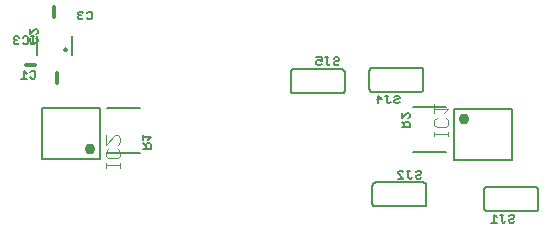
<source format=gbr>
G04 EAGLE Gerber RS-274X export*
G75*
%MOMM*%
%FSLAX34Y34*%
%LPD*%
%INSilkscreen Bottom*%
%IPPOS*%
%AMOC8*
5,1,8,0,0,1.08239X$1,22.5*%
G01*
%ADD10C,0.203200*%
%ADD11C,0.152400*%
%ADD12C,0.919200*%
%ADD13C,0.101600*%
%ADD14C,0.304800*%


D10*
X471805Y69215D02*
X431165Y69215D01*
X471805Y48895D02*
X471905Y48897D01*
X472004Y48903D01*
X472104Y48913D01*
X472202Y48926D01*
X472301Y48944D01*
X472398Y48965D01*
X472494Y48990D01*
X472590Y49019D01*
X472684Y49052D01*
X472777Y49088D01*
X472868Y49128D01*
X472958Y49172D01*
X473046Y49219D01*
X473132Y49269D01*
X473216Y49323D01*
X473298Y49380D01*
X473377Y49440D01*
X473455Y49504D01*
X473529Y49570D01*
X473601Y49639D01*
X473670Y49711D01*
X473736Y49785D01*
X473800Y49863D01*
X473860Y49942D01*
X473917Y50024D01*
X473971Y50108D01*
X474021Y50194D01*
X474068Y50282D01*
X474112Y50372D01*
X474152Y50463D01*
X474188Y50556D01*
X474221Y50650D01*
X474250Y50746D01*
X474275Y50842D01*
X474296Y50939D01*
X474314Y51038D01*
X474327Y51136D01*
X474337Y51236D01*
X474343Y51335D01*
X474345Y51435D01*
X431165Y48895D02*
X431065Y48897D01*
X430966Y48903D01*
X430866Y48913D01*
X430768Y48926D01*
X430669Y48944D01*
X430572Y48965D01*
X430476Y48990D01*
X430380Y49019D01*
X430286Y49052D01*
X430193Y49088D01*
X430102Y49128D01*
X430012Y49172D01*
X429924Y49219D01*
X429838Y49269D01*
X429754Y49323D01*
X429672Y49380D01*
X429593Y49440D01*
X429515Y49504D01*
X429441Y49570D01*
X429369Y49639D01*
X429300Y49711D01*
X429234Y49785D01*
X429170Y49863D01*
X429110Y49942D01*
X429053Y50024D01*
X428999Y50108D01*
X428949Y50194D01*
X428902Y50282D01*
X428858Y50372D01*
X428818Y50463D01*
X428782Y50556D01*
X428749Y50650D01*
X428720Y50746D01*
X428695Y50842D01*
X428674Y50939D01*
X428656Y51038D01*
X428643Y51136D01*
X428633Y51236D01*
X428627Y51335D01*
X428625Y51435D01*
X428625Y66675D02*
X428627Y66775D01*
X428633Y66874D01*
X428643Y66974D01*
X428656Y67072D01*
X428674Y67171D01*
X428695Y67268D01*
X428720Y67364D01*
X428749Y67460D01*
X428782Y67554D01*
X428818Y67647D01*
X428858Y67738D01*
X428902Y67828D01*
X428949Y67916D01*
X428999Y68002D01*
X429053Y68086D01*
X429110Y68168D01*
X429170Y68247D01*
X429234Y68325D01*
X429300Y68399D01*
X429369Y68471D01*
X429441Y68540D01*
X429515Y68606D01*
X429593Y68670D01*
X429672Y68730D01*
X429754Y68787D01*
X429838Y68841D01*
X429924Y68891D01*
X430012Y68938D01*
X430102Y68982D01*
X430193Y69022D01*
X430286Y69058D01*
X430380Y69091D01*
X430476Y69120D01*
X430572Y69145D01*
X430669Y69166D01*
X430768Y69184D01*
X430866Y69197D01*
X430966Y69207D01*
X431065Y69213D01*
X431165Y69215D01*
X471805Y69215D02*
X471905Y69213D01*
X472004Y69207D01*
X472104Y69197D01*
X472202Y69184D01*
X472301Y69166D01*
X472398Y69145D01*
X472494Y69120D01*
X472590Y69091D01*
X472684Y69058D01*
X472777Y69022D01*
X472868Y68982D01*
X472958Y68938D01*
X473046Y68891D01*
X473132Y68841D01*
X473216Y68787D01*
X473298Y68730D01*
X473377Y68670D01*
X473455Y68606D01*
X473529Y68540D01*
X473601Y68471D01*
X473670Y68399D01*
X473736Y68325D01*
X473800Y68247D01*
X473860Y68168D01*
X473917Y68086D01*
X473971Y68002D01*
X474021Y67916D01*
X474068Y67828D01*
X474112Y67738D01*
X474152Y67647D01*
X474188Y67554D01*
X474221Y67460D01*
X474250Y67364D01*
X474275Y67268D01*
X474296Y67171D01*
X474314Y67072D01*
X474327Y66974D01*
X474337Y66874D01*
X474343Y66775D01*
X474345Y66675D01*
X474345Y51435D01*
X428625Y51435D02*
X428625Y66675D01*
X431165Y48895D02*
X471805Y48895D01*
D11*
X450821Y45599D02*
X449719Y44497D01*
X450821Y45599D02*
X453024Y45599D01*
X454125Y44497D01*
X454125Y43395D01*
X453024Y42294D01*
X450821Y42294D01*
X449719Y41192D01*
X449719Y40091D01*
X450821Y38989D01*
X453024Y38989D01*
X454125Y40091D01*
X446641Y40091D02*
X445540Y38989D01*
X444438Y38989D01*
X443337Y40091D01*
X443337Y45599D01*
X444438Y45599D02*
X442235Y45599D01*
X439157Y43395D02*
X436954Y45599D01*
X436954Y38989D01*
X439157Y38989D02*
X434751Y38989D01*
D10*
X377190Y52705D02*
X336550Y52705D01*
X334010Y70485D02*
X334012Y70585D01*
X334018Y70684D01*
X334028Y70784D01*
X334041Y70882D01*
X334059Y70981D01*
X334080Y71078D01*
X334105Y71174D01*
X334134Y71270D01*
X334167Y71364D01*
X334203Y71457D01*
X334243Y71548D01*
X334287Y71638D01*
X334334Y71726D01*
X334384Y71812D01*
X334438Y71896D01*
X334495Y71978D01*
X334555Y72057D01*
X334619Y72135D01*
X334685Y72209D01*
X334754Y72281D01*
X334826Y72350D01*
X334900Y72416D01*
X334978Y72480D01*
X335057Y72540D01*
X335139Y72597D01*
X335223Y72651D01*
X335309Y72701D01*
X335397Y72748D01*
X335487Y72792D01*
X335578Y72832D01*
X335671Y72868D01*
X335765Y72901D01*
X335861Y72930D01*
X335957Y72955D01*
X336054Y72976D01*
X336153Y72994D01*
X336251Y73007D01*
X336351Y73017D01*
X336450Y73023D01*
X336550Y73025D01*
X377190Y73025D02*
X377290Y73023D01*
X377389Y73017D01*
X377489Y73007D01*
X377587Y72994D01*
X377686Y72976D01*
X377783Y72955D01*
X377879Y72930D01*
X377975Y72901D01*
X378069Y72868D01*
X378162Y72832D01*
X378253Y72792D01*
X378343Y72748D01*
X378431Y72701D01*
X378517Y72651D01*
X378601Y72597D01*
X378683Y72540D01*
X378762Y72480D01*
X378840Y72416D01*
X378914Y72350D01*
X378986Y72281D01*
X379055Y72209D01*
X379121Y72135D01*
X379185Y72057D01*
X379245Y71978D01*
X379302Y71896D01*
X379356Y71812D01*
X379406Y71726D01*
X379453Y71638D01*
X379497Y71548D01*
X379537Y71457D01*
X379573Y71364D01*
X379606Y71270D01*
X379635Y71174D01*
X379660Y71078D01*
X379681Y70981D01*
X379699Y70882D01*
X379712Y70784D01*
X379722Y70684D01*
X379728Y70585D01*
X379730Y70485D01*
X379730Y55245D02*
X379728Y55145D01*
X379722Y55046D01*
X379712Y54946D01*
X379699Y54848D01*
X379681Y54749D01*
X379660Y54652D01*
X379635Y54556D01*
X379606Y54460D01*
X379573Y54366D01*
X379537Y54273D01*
X379497Y54182D01*
X379453Y54092D01*
X379406Y54004D01*
X379356Y53918D01*
X379302Y53834D01*
X379245Y53752D01*
X379185Y53673D01*
X379121Y53595D01*
X379055Y53521D01*
X378986Y53449D01*
X378914Y53380D01*
X378840Y53314D01*
X378762Y53250D01*
X378683Y53190D01*
X378601Y53133D01*
X378517Y53079D01*
X378431Y53029D01*
X378343Y52982D01*
X378253Y52938D01*
X378162Y52898D01*
X378069Y52862D01*
X377975Y52829D01*
X377879Y52800D01*
X377783Y52775D01*
X377686Y52754D01*
X377587Y52736D01*
X377489Y52723D01*
X377389Y52713D01*
X377290Y52707D01*
X377190Y52705D01*
X336550Y52705D02*
X336450Y52707D01*
X336351Y52713D01*
X336251Y52723D01*
X336153Y52736D01*
X336054Y52754D01*
X335957Y52775D01*
X335861Y52800D01*
X335765Y52829D01*
X335671Y52862D01*
X335578Y52898D01*
X335487Y52938D01*
X335397Y52982D01*
X335309Y53029D01*
X335223Y53079D01*
X335139Y53133D01*
X335057Y53190D01*
X334978Y53250D01*
X334900Y53314D01*
X334826Y53380D01*
X334754Y53449D01*
X334685Y53521D01*
X334619Y53595D01*
X334555Y53673D01*
X334495Y53752D01*
X334438Y53834D01*
X334384Y53918D01*
X334334Y54004D01*
X334287Y54092D01*
X334243Y54182D01*
X334203Y54273D01*
X334167Y54366D01*
X334134Y54460D01*
X334105Y54556D01*
X334080Y54652D01*
X334059Y54749D01*
X334041Y54848D01*
X334028Y54946D01*
X334018Y55046D01*
X334012Y55145D01*
X334010Y55245D01*
X334010Y70485D01*
X379730Y70485D02*
X379730Y55245D01*
X377190Y73025D02*
X336550Y73025D01*
D11*
X370752Y81835D02*
X371853Y82937D01*
X374056Y82937D01*
X375158Y81835D01*
X375158Y80733D01*
X374056Y79632D01*
X371853Y79632D01*
X370752Y78530D01*
X370752Y77429D01*
X371853Y76327D01*
X374056Y76327D01*
X375158Y77429D01*
X367674Y77429D02*
X366572Y76327D01*
X365471Y76327D01*
X364369Y77429D01*
X364369Y82937D01*
X365471Y82937D02*
X363267Y82937D01*
X360190Y76327D02*
X355783Y76327D01*
X355783Y80733D02*
X360190Y76327D01*
X355783Y80733D02*
X355783Y81835D01*
X356885Y82937D01*
X359088Y82937D01*
X360190Y81835D01*
D10*
X374650Y170180D02*
X334010Y170180D01*
X374650Y149860D02*
X374750Y149862D01*
X374849Y149868D01*
X374949Y149878D01*
X375047Y149891D01*
X375146Y149909D01*
X375243Y149930D01*
X375339Y149955D01*
X375435Y149984D01*
X375529Y150017D01*
X375622Y150053D01*
X375713Y150093D01*
X375803Y150137D01*
X375891Y150184D01*
X375977Y150234D01*
X376061Y150288D01*
X376143Y150345D01*
X376222Y150405D01*
X376300Y150469D01*
X376374Y150535D01*
X376446Y150604D01*
X376515Y150676D01*
X376581Y150750D01*
X376645Y150828D01*
X376705Y150907D01*
X376762Y150989D01*
X376816Y151073D01*
X376866Y151159D01*
X376913Y151247D01*
X376957Y151337D01*
X376997Y151428D01*
X377033Y151521D01*
X377066Y151615D01*
X377095Y151711D01*
X377120Y151807D01*
X377141Y151904D01*
X377159Y152003D01*
X377172Y152101D01*
X377182Y152201D01*
X377188Y152300D01*
X377190Y152400D01*
X334010Y149860D02*
X333910Y149862D01*
X333811Y149868D01*
X333711Y149878D01*
X333613Y149891D01*
X333514Y149909D01*
X333417Y149930D01*
X333321Y149955D01*
X333225Y149984D01*
X333131Y150017D01*
X333038Y150053D01*
X332947Y150093D01*
X332857Y150137D01*
X332769Y150184D01*
X332683Y150234D01*
X332599Y150288D01*
X332517Y150345D01*
X332438Y150405D01*
X332360Y150469D01*
X332286Y150535D01*
X332214Y150604D01*
X332145Y150676D01*
X332079Y150750D01*
X332015Y150828D01*
X331955Y150907D01*
X331898Y150989D01*
X331844Y151073D01*
X331794Y151159D01*
X331747Y151247D01*
X331703Y151337D01*
X331663Y151428D01*
X331627Y151521D01*
X331594Y151615D01*
X331565Y151711D01*
X331540Y151807D01*
X331519Y151904D01*
X331501Y152003D01*
X331488Y152101D01*
X331478Y152201D01*
X331472Y152300D01*
X331470Y152400D01*
X331470Y167640D02*
X331472Y167740D01*
X331478Y167839D01*
X331488Y167939D01*
X331501Y168037D01*
X331519Y168136D01*
X331540Y168233D01*
X331565Y168329D01*
X331594Y168425D01*
X331627Y168519D01*
X331663Y168612D01*
X331703Y168703D01*
X331747Y168793D01*
X331794Y168881D01*
X331844Y168967D01*
X331898Y169051D01*
X331955Y169133D01*
X332015Y169212D01*
X332079Y169290D01*
X332145Y169364D01*
X332214Y169436D01*
X332286Y169505D01*
X332360Y169571D01*
X332438Y169635D01*
X332517Y169695D01*
X332599Y169752D01*
X332683Y169806D01*
X332769Y169856D01*
X332857Y169903D01*
X332947Y169947D01*
X333038Y169987D01*
X333131Y170023D01*
X333225Y170056D01*
X333321Y170085D01*
X333417Y170110D01*
X333514Y170131D01*
X333613Y170149D01*
X333711Y170162D01*
X333811Y170172D01*
X333910Y170178D01*
X334010Y170180D01*
X374650Y170180D02*
X374750Y170178D01*
X374849Y170172D01*
X374949Y170162D01*
X375047Y170149D01*
X375146Y170131D01*
X375243Y170110D01*
X375339Y170085D01*
X375435Y170056D01*
X375529Y170023D01*
X375622Y169987D01*
X375713Y169947D01*
X375803Y169903D01*
X375891Y169856D01*
X375977Y169806D01*
X376061Y169752D01*
X376143Y169695D01*
X376222Y169635D01*
X376300Y169571D01*
X376374Y169505D01*
X376446Y169436D01*
X376515Y169364D01*
X376581Y169290D01*
X376645Y169212D01*
X376705Y169133D01*
X376762Y169051D01*
X376816Y168967D01*
X376866Y168881D01*
X376913Y168793D01*
X376957Y168703D01*
X376997Y168612D01*
X377033Y168519D01*
X377066Y168425D01*
X377095Y168329D01*
X377120Y168233D01*
X377141Y168136D01*
X377159Y168037D01*
X377172Y167939D01*
X377182Y167839D01*
X377188Y167740D01*
X377190Y167640D01*
X377190Y152400D01*
X331470Y152400D02*
X331470Y167640D01*
X334010Y149860D02*
X374650Y149860D01*
D11*
X353666Y146564D02*
X352564Y145462D01*
X353666Y146564D02*
X355869Y146564D01*
X356970Y145462D01*
X356970Y144360D01*
X355869Y143259D01*
X353666Y143259D01*
X352564Y142157D01*
X352564Y141056D01*
X353666Y139954D01*
X355869Y139954D01*
X356970Y141056D01*
X349486Y141056D02*
X348385Y139954D01*
X347283Y139954D01*
X346182Y141056D01*
X346182Y146564D01*
X347283Y146564D02*
X345080Y146564D01*
X338697Y146564D02*
X338697Y139954D01*
X342002Y143259D02*
X338697Y146564D01*
X337596Y143259D02*
X342002Y143259D01*
D10*
X307975Y148590D02*
X267335Y148590D01*
X264795Y166370D02*
X264797Y166470D01*
X264803Y166569D01*
X264813Y166669D01*
X264826Y166767D01*
X264844Y166866D01*
X264865Y166963D01*
X264890Y167059D01*
X264919Y167155D01*
X264952Y167249D01*
X264988Y167342D01*
X265028Y167433D01*
X265072Y167523D01*
X265119Y167611D01*
X265169Y167697D01*
X265223Y167781D01*
X265280Y167863D01*
X265340Y167942D01*
X265404Y168020D01*
X265470Y168094D01*
X265539Y168166D01*
X265611Y168235D01*
X265685Y168301D01*
X265763Y168365D01*
X265842Y168425D01*
X265924Y168482D01*
X266008Y168536D01*
X266094Y168586D01*
X266182Y168633D01*
X266272Y168677D01*
X266363Y168717D01*
X266456Y168753D01*
X266550Y168786D01*
X266646Y168815D01*
X266742Y168840D01*
X266839Y168861D01*
X266938Y168879D01*
X267036Y168892D01*
X267136Y168902D01*
X267235Y168908D01*
X267335Y168910D01*
X307975Y168910D02*
X308075Y168908D01*
X308174Y168902D01*
X308274Y168892D01*
X308372Y168879D01*
X308471Y168861D01*
X308568Y168840D01*
X308664Y168815D01*
X308760Y168786D01*
X308854Y168753D01*
X308947Y168717D01*
X309038Y168677D01*
X309128Y168633D01*
X309216Y168586D01*
X309302Y168536D01*
X309386Y168482D01*
X309468Y168425D01*
X309547Y168365D01*
X309625Y168301D01*
X309699Y168235D01*
X309771Y168166D01*
X309840Y168094D01*
X309906Y168020D01*
X309970Y167942D01*
X310030Y167863D01*
X310087Y167781D01*
X310141Y167697D01*
X310191Y167611D01*
X310238Y167523D01*
X310282Y167433D01*
X310322Y167342D01*
X310358Y167249D01*
X310391Y167155D01*
X310420Y167059D01*
X310445Y166963D01*
X310466Y166866D01*
X310484Y166767D01*
X310497Y166669D01*
X310507Y166569D01*
X310513Y166470D01*
X310515Y166370D01*
X310515Y151130D02*
X310513Y151030D01*
X310507Y150931D01*
X310497Y150831D01*
X310484Y150733D01*
X310466Y150634D01*
X310445Y150537D01*
X310420Y150441D01*
X310391Y150345D01*
X310358Y150251D01*
X310322Y150158D01*
X310282Y150067D01*
X310238Y149977D01*
X310191Y149889D01*
X310141Y149803D01*
X310087Y149719D01*
X310030Y149637D01*
X309970Y149558D01*
X309906Y149480D01*
X309840Y149406D01*
X309771Y149334D01*
X309699Y149265D01*
X309625Y149199D01*
X309547Y149135D01*
X309468Y149075D01*
X309386Y149018D01*
X309302Y148964D01*
X309216Y148914D01*
X309128Y148867D01*
X309038Y148823D01*
X308947Y148783D01*
X308854Y148747D01*
X308760Y148714D01*
X308664Y148685D01*
X308568Y148660D01*
X308471Y148639D01*
X308372Y148621D01*
X308274Y148608D01*
X308174Y148598D01*
X308075Y148592D01*
X307975Y148590D01*
X267335Y148590D02*
X267235Y148592D01*
X267136Y148598D01*
X267036Y148608D01*
X266938Y148621D01*
X266839Y148639D01*
X266742Y148660D01*
X266646Y148685D01*
X266550Y148714D01*
X266456Y148747D01*
X266363Y148783D01*
X266272Y148823D01*
X266182Y148867D01*
X266094Y148914D01*
X266008Y148964D01*
X265924Y149018D01*
X265842Y149075D01*
X265763Y149135D01*
X265685Y149199D01*
X265611Y149265D01*
X265539Y149334D01*
X265470Y149406D01*
X265404Y149480D01*
X265340Y149558D01*
X265280Y149637D01*
X265223Y149719D01*
X265169Y149803D01*
X265119Y149889D01*
X265072Y149977D01*
X265028Y150067D01*
X264988Y150158D01*
X264952Y150251D01*
X264919Y150345D01*
X264890Y150441D01*
X264865Y150537D01*
X264844Y150634D01*
X264826Y150733D01*
X264813Y150831D01*
X264803Y150931D01*
X264797Y151030D01*
X264795Y151130D01*
X264795Y166370D01*
X310515Y166370D02*
X310515Y151130D01*
X307975Y168910D02*
X267335Y168910D01*
D11*
X301537Y177720D02*
X302638Y178822D01*
X304841Y178822D01*
X305943Y177720D01*
X305943Y176618D01*
X304841Y175517D01*
X302638Y175517D01*
X301537Y174415D01*
X301537Y173314D01*
X302638Y172212D01*
X304841Y172212D01*
X305943Y173314D01*
X298459Y173314D02*
X297357Y172212D01*
X296256Y172212D01*
X295154Y173314D01*
X295154Y178822D01*
X296256Y178822D02*
X294052Y178822D01*
X290975Y178822D02*
X286568Y178822D01*
X290975Y178822D02*
X290975Y175517D01*
X288772Y176618D01*
X287670Y176618D01*
X286568Y175517D01*
X286568Y173314D01*
X287670Y172212D01*
X289873Y172212D01*
X290975Y173314D01*
D10*
X403490Y92165D02*
X452490Y92165D01*
X452490Y135165D01*
X403490Y135165D01*
X403490Y92165D01*
D12*
X411740Y126665D03*
D13*
X386548Y116137D02*
X386548Y112239D01*
X386548Y114188D02*
X398242Y114188D01*
X398242Y112239D02*
X398242Y116137D01*
X398242Y125882D02*
X396293Y127831D01*
X398242Y125882D02*
X398242Y121984D01*
X396293Y120035D01*
X388497Y120035D01*
X386548Y121984D01*
X386548Y125882D01*
X388497Y127831D01*
X394344Y131729D02*
X398242Y135627D01*
X386548Y135627D01*
X386548Y131729D02*
X386548Y139525D01*
D10*
X103240Y135800D02*
X54240Y135800D01*
X54240Y92800D01*
X103240Y92800D01*
X103240Y135800D01*
D12*
X94990Y101300D03*
D13*
X108498Y89456D02*
X108498Y85558D01*
X108498Y87507D02*
X120192Y87507D01*
X120192Y85558D02*
X120192Y89456D01*
X120192Y99201D02*
X118243Y101150D01*
X120192Y99201D02*
X120192Y95303D01*
X118243Y93354D01*
X110447Y93354D01*
X108498Y95303D01*
X108498Y99201D01*
X110447Y101150D01*
X108498Y105048D02*
X108498Y112844D01*
X108498Y105048D02*
X116294Y112844D01*
X118243Y112844D01*
X120192Y110895D01*
X120192Y106997D01*
X118243Y105048D01*
D10*
X368270Y99110D02*
X396270Y99110D01*
X396270Y137110D02*
X368270Y137110D01*
D11*
X365514Y119904D02*
X358904Y119904D01*
X365514Y119904D02*
X365514Y123209D01*
X364412Y124310D01*
X362209Y124310D01*
X361107Y123209D01*
X361107Y119904D01*
X361107Y122107D02*
X358904Y124310D01*
X358904Y127388D02*
X358904Y131794D01*
X358904Y127388D02*
X363310Y131794D01*
X364412Y131794D01*
X365514Y130693D01*
X365514Y128489D01*
X364412Y127388D01*
D10*
X137190Y135840D02*
X109190Y135840D01*
X109190Y97840D02*
X137190Y97840D01*
D11*
X139952Y101602D02*
X146562Y101602D01*
X146562Y104907D01*
X145460Y106008D01*
X143257Y106008D01*
X142155Y104907D01*
X142155Y101602D01*
X142155Y103805D02*
X139952Y106008D01*
X144358Y109086D02*
X146562Y111289D01*
X139952Y111289D01*
X139952Y109086D02*
X139952Y113493D01*
D14*
X67310Y157290D02*
X67310Y165290D01*
D11*
X45463Y167392D02*
X44362Y166290D01*
X45463Y167392D02*
X47666Y167392D01*
X48768Y166290D01*
X48768Y161884D01*
X47666Y160782D01*
X45463Y160782D01*
X44362Y161884D01*
X41284Y165188D02*
X39081Y167392D01*
X39081Y160782D01*
X41284Y160782D02*
X36877Y160782D01*
D10*
X79270Y181230D02*
X79270Y197230D01*
X50270Y197230D02*
X50270Y181230D01*
X73270Y185730D02*
X73272Y185793D01*
X73278Y185855D01*
X73288Y185917D01*
X73301Y185979D01*
X73319Y186039D01*
X73340Y186098D01*
X73365Y186156D01*
X73394Y186212D01*
X73426Y186266D01*
X73461Y186318D01*
X73499Y186367D01*
X73541Y186415D01*
X73585Y186459D01*
X73633Y186501D01*
X73682Y186539D01*
X73734Y186574D01*
X73788Y186606D01*
X73844Y186635D01*
X73902Y186660D01*
X73961Y186681D01*
X74021Y186699D01*
X74083Y186712D01*
X74145Y186722D01*
X74207Y186728D01*
X74270Y186730D01*
X74333Y186728D01*
X74395Y186722D01*
X74457Y186712D01*
X74519Y186699D01*
X74579Y186681D01*
X74638Y186660D01*
X74696Y186635D01*
X74752Y186606D01*
X74806Y186574D01*
X74858Y186539D01*
X74907Y186501D01*
X74955Y186459D01*
X74999Y186415D01*
X75041Y186367D01*
X75079Y186318D01*
X75114Y186266D01*
X75146Y186212D01*
X75175Y186156D01*
X75200Y186098D01*
X75221Y186039D01*
X75239Y185979D01*
X75252Y185917D01*
X75262Y185855D01*
X75268Y185793D01*
X75270Y185730D01*
X75268Y185667D01*
X75262Y185605D01*
X75252Y185543D01*
X75239Y185481D01*
X75221Y185421D01*
X75200Y185362D01*
X75175Y185304D01*
X75146Y185248D01*
X75114Y185194D01*
X75079Y185142D01*
X75041Y185093D01*
X74999Y185045D01*
X74955Y185001D01*
X74907Y184959D01*
X74858Y184921D01*
X74806Y184886D01*
X74752Y184854D01*
X74696Y184825D01*
X74638Y184800D01*
X74579Y184779D01*
X74519Y184761D01*
X74457Y184748D01*
X74395Y184738D01*
X74333Y184732D01*
X74270Y184730D01*
X74207Y184732D01*
X74145Y184738D01*
X74083Y184748D01*
X74021Y184761D01*
X73961Y184779D01*
X73902Y184800D01*
X73844Y184825D01*
X73788Y184854D01*
X73734Y184886D01*
X73682Y184921D01*
X73633Y184959D01*
X73585Y185001D01*
X73541Y185045D01*
X73499Y185093D01*
X73461Y185142D01*
X73426Y185194D01*
X73394Y185248D01*
X73365Y185304D01*
X73340Y185362D01*
X73319Y185421D01*
X73301Y185481D01*
X73288Y185543D01*
X73278Y185605D01*
X73272Y185667D01*
X73270Y185730D01*
D11*
X47498Y189992D02*
X45295Y189992D01*
X46396Y189992D02*
X46396Y196602D01*
X45295Y196602D02*
X47498Y196602D01*
X39204Y196602D02*
X38102Y195500D01*
X39204Y196602D02*
X41407Y196602D01*
X42509Y195500D01*
X42509Y191094D01*
X41407Y189992D01*
X39204Y189992D01*
X38102Y191094D01*
X35024Y195500D02*
X33923Y196602D01*
X31720Y196602D01*
X30618Y195500D01*
X30618Y194398D01*
X31720Y193297D01*
X32821Y193297D01*
X31720Y193297D02*
X30618Y192195D01*
X30618Y191094D01*
X31720Y189992D01*
X33923Y189992D01*
X35024Y191094D01*
D14*
X64770Y213170D02*
X64770Y221170D01*
D11*
X92350Y216582D02*
X93452Y217684D01*
X95655Y217684D01*
X96756Y216582D01*
X96756Y212176D01*
X95655Y211074D01*
X93452Y211074D01*
X92350Y212176D01*
X89272Y216582D02*
X88171Y217684D01*
X85967Y217684D01*
X84866Y216582D01*
X84866Y215480D01*
X85967Y214379D01*
X87069Y214379D01*
X85967Y214379D02*
X84866Y213277D01*
X84866Y212176D01*
X85967Y211074D01*
X88171Y211074D01*
X89272Y212176D01*
D14*
X48450Y172720D02*
X40450Y172720D01*
D11*
X50552Y194567D02*
X49450Y195668D01*
X50552Y194567D02*
X50552Y192364D01*
X49450Y191262D01*
X45044Y191262D01*
X43942Y192364D01*
X43942Y194567D01*
X45044Y195668D01*
X43942Y198746D02*
X43942Y203153D01*
X48348Y203153D02*
X43942Y198746D01*
X48348Y203153D02*
X49450Y203153D01*
X50552Y202051D01*
X50552Y199848D01*
X49450Y198746D01*
M02*

</source>
